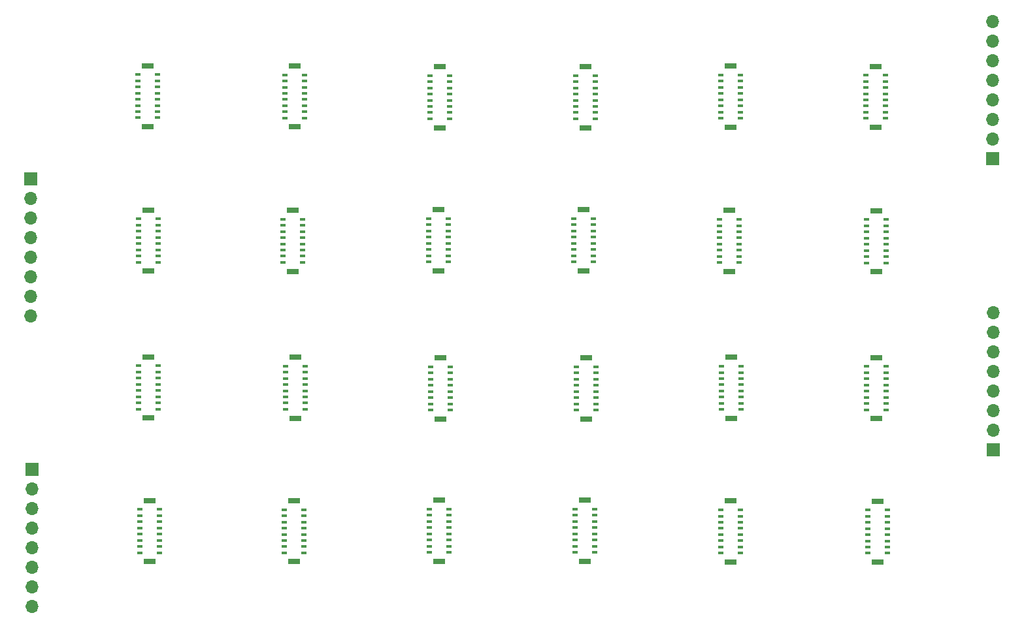
<source format=gbr>
%TF.GenerationSoftware,KiCad,Pcbnew,(7.0.0-0)*%
%TF.CreationDate,2023-04-28T06:51:24+02:00*%
%TF.ProjectId,omniscope,6f6d6e69-7363-46f7-9065-2e6b69636164,rev?*%
%TF.SameCoordinates,Original*%
%TF.FileFunction,Soldermask,Top*%
%TF.FilePolarity,Negative*%
%FSLAX46Y46*%
G04 Gerber Fmt 4.6, Leading zero omitted, Abs format (unit mm)*
G04 Created by KiCad (PCBNEW (7.0.0-0)) date 2023-04-28 06:51:24*
%MOMM*%
%LPD*%
G01*
G04 APERTURE LIST*
%ADD10R,0.790000X0.400000*%
%ADD11R,1.600000X0.650000*%
%ADD12R,1.700000X1.700000*%
%ADD13O,1.700000X1.700000*%
G04 APERTURE END LIST*
D10*
%TO.C,J4*%
X89414999Y-25874999D03*
X86874999Y-25874999D03*
X89414999Y-26674999D03*
X86874999Y-26674999D03*
X89414999Y-27474999D03*
X86874999Y-27474999D03*
X89414999Y-28274999D03*
X86874999Y-28274999D03*
X89414999Y-29074999D03*
X86874999Y-29074999D03*
X89414999Y-29874999D03*
X86874999Y-29874999D03*
X89414999Y-30674999D03*
X86874999Y-30674999D03*
X89414999Y-31474999D03*
X86874999Y-31474999D03*
D11*
X88144999Y-24724999D03*
X88144999Y-32624999D03*
%TD*%
D10*
%TO.C,J8*%
X108222499Y-25799999D03*
X105682499Y-25799999D03*
X108222499Y-26599999D03*
X105682499Y-26599999D03*
X108222499Y-27399999D03*
X105682499Y-27399999D03*
X108222499Y-28199999D03*
X105682499Y-28199999D03*
X108222499Y-28999999D03*
X105682499Y-28999999D03*
X108222499Y-29799999D03*
X105682499Y-29799999D03*
X108222499Y-30599999D03*
X105682499Y-30599999D03*
X108222499Y-31399999D03*
X105682499Y-31399999D03*
D11*
X106952499Y-24649999D03*
X106952499Y-32549999D03*
%TD*%
D10*
%TO.C,J5*%
X70539999Y-25874999D03*
X67999999Y-25874999D03*
X70539999Y-26674999D03*
X67999999Y-26674999D03*
X70539999Y-27474999D03*
X67999999Y-27474999D03*
X70539999Y-28274999D03*
X67999999Y-28274999D03*
X70539999Y-29074999D03*
X67999999Y-29074999D03*
X70539999Y-29874999D03*
X67999999Y-29874999D03*
X70539999Y-30674999D03*
X67999999Y-30674999D03*
X70539999Y-31474999D03*
X67999999Y-31474999D03*
D11*
X69269999Y-24724999D03*
X69269999Y-32624999D03*
%TD*%
D10*
%TO.C,J6*%
X51714999Y-25774999D03*
X49174999Y-25774999D03*
X51714999Y-26574999D03*
X49174999Y-26574999D03*
X51714999Y-27374999D03*
X49174999Y-27374999D03*
X51714999Y-28174999D03*
X49174999Y-28174999D03*
X51714999Y-28974999D03*
X49174999Y-28974999D03*
X51714999Y-29774999D03*
X49174999Y-29774999D03*
X51714999Y-30574999D03*
X49174999Y-30574999D03*
X51714999Y-31374999D03*
X49174999Y-31374999D03*
D11*
X50444999Y-24624999D03*
X50444999Y-32524999D03*
%TD*%
D10*
%TO.C,J7*%
X32664999Y-25749999D03*
X30124999Y-25749999D03*
X32664999Y-26549999D03*
X30124999Y-26549999D03*
X32664999Y-27349999D03*
X30124999Y-27349999D03*
X32664999Y-28149999D03*
X30124999Y-28149999D03*
X32664999Y-28949999D03*
X30124999Y-28949999D03*
X32664999Y-29749999D03*
X30124999Y-29749999D03*
X32664999Y-30549999D03*
X30124999Y-30549999D03*
X32664999Y-31349999D03*
X30124999Y-31349999D03*
D11*
X31394999Y-24599999D03*
X31394999Y-32499999D03*
%TD*%
D10*
%TO.C,J1*%
X126977499Y-25824999D03*
X124437499Y-25824999D03*
X126977499Y-26624999D03*
X124437499Y-26624999D03*
X126977499Y-27424999D03*
X124437499Y-27424999D03*
X126977499Y-28224999D03*
X124437499Y-28224999D03*
X126977499Y-29024999D03*
X124437499Y-29024999D03*
X126977499Y-29824999D03*
X124437499Y-29824999D03*
X126977499Y-30624999D03*
X124437499Y-30624999D03*
X126977499Y-31424999D03*
X124437499Y-31424999D03*
D11*
X125707499Y-24674999D03*
X125707499Y-32574999D03*
%TD*%
D12*
%TO.C,J2*%
X140907499Y-36624999D03*
D13*
X140907499Y-34084999D03*
X140907499Y-31544999D03*
X140907499Y-29004999D03*
X140907499Y-26464999D03*
X140907499Y-23924999D03*
X140907499Y-21384999D03*
X140907499Y-18844999D03*
%TD*%
D10*
%TO.C,J4*%
X67784999Y-50024999D03*
X70324999Y-50024999D03*
X67784999Y-49224999D03*
X70324999Y-49224999D03*
X67784999Y-48424999D03*
X70324999Y-48424999D03*
X67784999Y-47624999D03*
X70324999Y-47624999D03*
X67784999Y-46824999D03*
X70324999Y-46824999D03*
X67784999Y-46024999D03*
X70324999Y-46024999D03*
X67784999Y-45224999D03*
X70324999Y-45224999D03*
X67784999Y-44424999D03*
X70324999Y-44424999D03*
D11*
X69054999Y-51174999D03*
X69054999Y-43274999D03*
%TD*%
D10*
%TO.C,J8*%
X48977499Y-50099999D03*
X51517499Y-50099999D03*
X48977499Y-49299999D03*
X51517499Y-49299999D03*
X48977499Y-48499999D03*
X51517499Y-48499999D03*
X48977499Y-47699999D03*
X51517499Y-47699999D03*
X48977499Y-46899999D03*
X51517499Y-46899999D03*
X48977499Y-46099999D03*
X51517499Y-46099999D03*
X48977499Y-45299999D03*
X51517499Y-45299999D03*
X48977499Y-44499999D03*
X51517499Y-44499999D03*
D11*
X50247499Y-51249999D03*
X50247499Y-43349999D03*
%TD*%
D10*
%TO.C,J5*%
X86659999Y-50024999D03*
X89199999Y-50024999D03*
X86659999Y-49224999D03*
X89199999Y-49224999D03*
X86659999Y-48424999D03*
X89199999Y-48424999D03*
X86659999Y-47624999D03*
X89199999Y-47624999D03*
X86659999Y-46824999D03*
X89199999Y-46824999D03*
X86659999Y-46024999D03*
X89199999Y-46024999D03*
X86659999Y-45224999D03*
X89199999Y-45224999D03*
X86659999Y-44424999D03*
X89199999Y-44424999D03*
D11*
X87929999Y-51174999D03*
X87929999Y-43274999D03*
%TD*%
D10*
%TO.C,J6*%
X105484999Y-50124999D03*
X108024999Y-50124999D03*
X105484999Y-49324999D03*
X108024999Y-49324999D03*
X105484999Y-48524999D03*
X108024999Y-48524999D03*
X105484999Y-47724999D03*
X108024999Y-47724999D03*
X105484999Y-46924999D03*
X108024999Y-46924999D03*
X105484999Y-46124999D03*
X108024999Y-46124999D03*
X105484999Y-45324999D03*
X108024999Y-45324999D03*
X105484999Y-44524999D03*
X108024999Y-44524999D03*
D11*
X106754999Y-51274999D03*
X106754999Y-43374999D03*
%TD*%
D10*
%TO.C,J7*%
X124534999Y-50149999D03*
X127074999Y-50149999D03*
X124534999Y-49349999D03*
X127074999Y-49349999D03*
X124534999Y-48549999D03*
X127074999Y-48549999D03*
X124534999Y-47749999D03*
X127074999Y-47749999D03*
X124534999Y-46949999D03*
X127074999Y-46949999D03*
X124534999Y-46149999D03*
X127074999Y-46149999D03*
X124534999Y-45349999D03*
X127074999Y-45349999D03*
X124534999Y-44549999D03*
X127074999Y-44549999D03*
D11*
X125804999Y-51299999D03*
X125804999Y-43399999D03*
%TD*%
D10*
%TO.C,J1*%
X30222499Y-50074999D03*
X32762499Y-50074999D03*
X30222499Y-49274999D03*
X32762499Y-49274999D03*
X30222499Y-48474999D03*
X32762499Y-48474999D03*
X30222499Y-47674999D03*
X32762499Y-47674999D03*
X30222499Y-46874999D03*
X32762499Y-46874999D03*
X30222499Y-46074999D03*
X32762499Y-46074999D03*
X30222499Y-45274999D03*
X32762499Y-45274999D03*
X30222499Y-44474999D03*
X32762499Y-44474999D03*
D11*
X31492499Y-51224999D03*
X31492499Y-43324999D03*
%TD*%
D12*
%TO.C,J2*%
X16292499Y-39274999D03*
D13*
X16292499Y-41814999D03*
X16292499Y-44354999D03*
X16292499Y-46894999D03*
X16292499Y-49434999D03*
X16292499Y-51974999D03*
X16292499Y-54514999D03*
X16292499Y-57054999D03*
%TD*%
D10*
%TO.C,J4*%
X89489999Y-63649999D03*
X86949999Y-63649999D03*
X89489999Y-64449999D03*
X86949999Y-64449999D03*
X89489999Y-65249999D03*
X86949999Y-65249999D03*
X89489999Y-66049999D03*
X86949999Y-66049999D03*
X89489999Y-66849999D03*
X86949999Y-66849999D03*
X89489999Y-67649999D03*
X86949999Y-67649999D03*
X89489999Y-68449999D03*
X86949999Y-68449999D03*
X89489999Y-69249999D03*
X86949999Y-69249999D03*
D11*
X88219999Y-62499999D03*
X88219999Y-70399999D03*
%TD*%
D10*
%TO.C,J8*%
X108297499Y-63574999D03*
X105757499Y-63574999D03*
X108297499Y-64374999D03*
X105757499Y-64374999D03*
X108297499Y-65174999D03*
X105757499Y-65174999D03*
X108297499Y-65974999D03*
X105757499Y-65974999D03*
X108297499Y-66774999D03*
X105757499Y-66774999D03*
X108297499Y-67574999D03*
X105757499Y-67574999D03*
X108297499Y-68374999D03*
X105757499Y-68374999D03*
X108297499Y-69174999D03*
X105757499Y-69174999D03*
D11*
X107027499Y-62424999D03*
X107027499Y-70324999D03*
%TD*%
D10*
%TO.C,J5*%
X70614999Y-63649999D03*
X68074999Y-63649999D03*
X70614999Y-64449999D03*
X68074999Y-64449999D03*
X70614999Y-65249999D03*
X68074999Y-65249999D03*
X70614999Y-66049999D03*
X68074999Y-66049999D03*
X70614999Y-66849999D03*
X68074999Y-66849999D03*
X70614999Y-67649999D03*
X68074999Y-67649999D03*
X70614999Y-68449999D03*
X68074999Y-68449999D03*
X70614999Y-69249999D03*
X68074999Y-69249999D03*
D11*
X69344999Y-62499999D03*
X69344999Y-70399999D03*
%TD*%
D10*
%TO.C,J6*%
X51789999Y-63549999D03*
X49249999Y-63549999D03*
X51789999Y-64349999D03*
X49249999Y-64349999D03*
X51789999Y-65149999D03*
X49249999Y-65149999D03*
X51789999Y-65949999D03*
X49249999Y-65949999D03*
X51789999Y-66749999D03*
X49249999Y-66749999D03*
X51789999Y-67549999D03*
X49249999Y-67549999D03*
X51789999Y-68349999D03*
X49249999Y-68349999D03*
X51789999Y-69149999D03*
X49249999Y-69149999D03*
D11*
X50519999Y-62399999D03*
X50519999Y-70299999D03*
%TD*%
D10*
%TO.C,J7*%
X32739999Y-63524999D03*
X30199999Y-63524999D03*
X32739999Y-64324999D03*
X30199999Y-64324999D03*
X32739999Y-65124999D03*
X30199999Y-65124999D03*
X32739999Y-65924999D03*
X30199999Y-65924999D03*
X32739999Y-66724999D03*
X30199999Y-66724999D03*
X32739999Y-67524999D03*
X30199999Y-67524999D03*
X32739999Y-68324999D03*
X30199999Y-68324999D03*
X32739999Y-69124999D03*
X30199999Y-69124999D03*
D11*
X31469999Y-62374999D03*
X31469999Y-70274999D03*
%TD*%
D10*
%TO.C,J1*%
X127052499Y-63599999D03*
X124512499Y-63599999D03*
X127052499Y-64399999D03*
X124512499Y-64399999D03*
X127052499Y-65199999D03*
X124512499Y-65199999D03*
X127052499Y-65999999D03*
X124512499Y-65999999D03*
X127052499Y-66799999D03*
X124512499Y-66799999D03*
X127052499Y-67599999D03*
X124512499Y-67599999D03*
X127052499Y-68399999D03*
X124512499Y-68399999D03*
X127052499Y-69199999D03*
X124512499Y-69199999D03*
D11*
X125782499Y-62449999D03*
X125782499Y-70349999D03*
%TD*%
D12*
%TO.C,J2*%
X140982499Y-74399999D03*
D13*
X140982499Y-71859999D03*
X140982499Y-69319999D03*
X140982499Y-66779999D03*
X140982499Y-64239999D03*
X140982499Y-61699999D03*
X140982499Y-59159999D03*
X140982499Y-56619999D03*
%TD*%
D10*
%TO.C,J8*%
X49134999Y-87774999D03*
X51674999Y-87774999D03*
X49134999Y-86974999D03*
X51674999Y-86974999D03*
X49134999Y-86174999D03*
X51674999Y-86174999D03*
X49134999Y-85374999D03*
X51674999Y-85374999D03*
X49134999Y-84574999D03*
X51674999Y-84574999D03*
X49134999Y-83774999D03*
X51674999Y-83774999D03*
X49134999Y-82974999D03*
X51674999Y-82974999D03*
X49134999Y-82174999D03*
X51674999Y-82174999D03*
D11*
X50404999Y-88924999D03*
X50404999Y-81024999D03*
%TD*%
D10*
%TO.C,J7*%
X124692499Y-87824999D03*
X127232499Y-87824999D03*
X124692499Y-87024999D03*
X127232499Y-87024999D03*
X124692499Y-86224999D03*
X127232499Y-86224999D03*
X124692499Y-85424999D03*
X127232499Y-85424999D03*
X124692499Y-84624999D03*
X127232499Y-84624999D03*
X124692499Y-83824999D03*
X127232499Y-83824999D03*
X124692499Y-83024999D03*
X127232499Y-83024999D03*
X124692499Y-82224999D03*
X127232499Y-82224999D03*
D11*
X125962499Y-88974999D03*
X125962499Y-81074999D03*
%TD*%
D10*
%TO.C,J6*%
X105642499Y-87799999D03*
X108182499Y-87799999D03*
X105642499Y-86999999D03*
X108182499Y-86999999D03*
X105642499Y-86199999D03*
X108182499Y-86199999D03*
X105642499Y-85399999D03*
X108182499Y-85399999D03*
X105642499Y-84599999D03*
X108182499Y-84599999D03*
X105642499Y-83799999D03*
X108182499Y-83799999D03*
X105642499Y-82999999D03*
X108182499Y-82999999D03*
X105642499Y-82199999D03*
X108182499Y-82199999D03*
D11*
X106912499Y-88949999D03*
X106912499Y-81049999D03*
%TD*%
D10*
%TO.C,J5*%
X86817499Y-87699999D03*
X89357499Y-87699999D03*
X86817499Y-86899999D03*
X89357499Y-86899999D03*
X86817499Y-86099999D03*
X89357499Y-86099999D03*
X86817499Y-85299999D03*
X89357499Y-85299999D03*
X86817499Y-84499999D03*
X89357499Y-84499999D03*
X86817499Y-83699999D03*
X89357499Y-83699999D03*
X86817499Y-82899999D03*
X89357499Y-82899999D03*
X86817499Y-82099999D03*
X89357499Y-82099999D03*
D11*
X88087499Y-88849999D03*
X88087499Y-80949999D03*
%TD*%
D10*
%TO.C,J4*%
X67942499Y-87699999D03*
X70482499Y-87699999D03*
X67942499Y-86899999D03*
X70482499Y-86899999D03*
X67942499Y-86099999D03*
X70482499Y-86099999D03*
X67942499Y-85299999D03*
X70482499Y-85299999D03*
X67942499Y-84499999D03*
X70482499Y-84499999D03*
X67942499Y-83699999D03*
X70482499Y-83699999D03*
X67942499Y-82899999D03*
X70482499Y-82899999D03*
X67942499Y-82099999D03*
X70482499Y-82099999D03*
D11*
X69212499Y-88849999D03*
X69212499Y-80949999D03*
%TD*%
D10*
%TO.C,J1*%
X30379999Y-87749999D03*
X32919999Y-87749999D03*
X30379999Y-86949999D03*
X32919999Y-86949999D03*
X30379999Y-86149999D03*
X32919999Y-86149999D03*
X30379999Y-85349999D03*
X32919999Y-85349999D03*
X30379999Y-84549999D03*
X32919999Y-84549999D03*
X30379999Y-83749999D03*
X32919999Y-83749999D03*
X30379999Y-82949999D03*
X32919999Y-82949999D03*
X30379999Y-82149999D03*
X32919999Y-82149999D03*
D11*
X31649999Y-88899999D03*
X31649999Y-80999999D03*
%TD*%
D12*
%TO.C,J2*%
X16449999Y-76949999D03*
D13*
X16449999Y-79489999D03*
X16449999Y-82029999D03*
X16449999Y-84569999D03*
X16449999Y-87109999D03*
X16449999Y-89649999D03*
X16449999Y-92189999D03*
X16449999Y-94729999D03*
%TD*%
M02*

</source>
